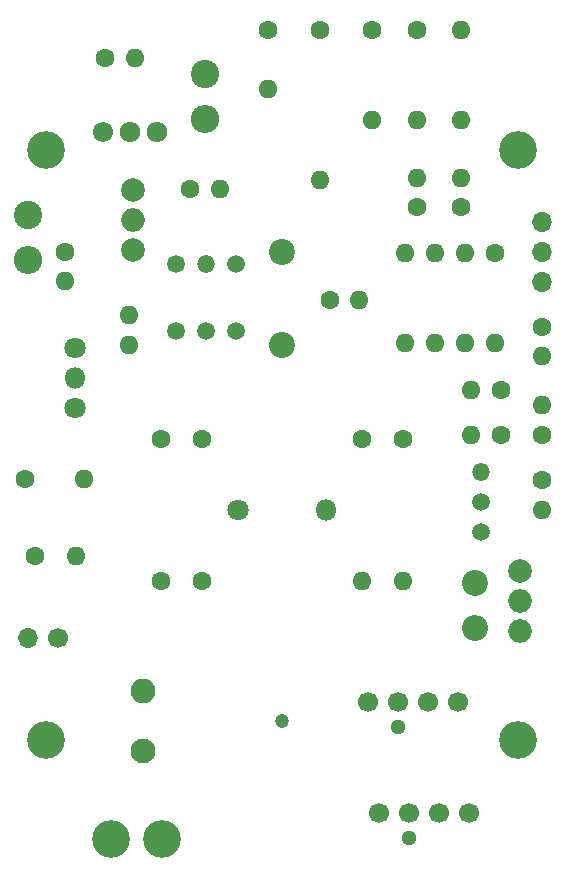
<source format=gbr>
%TF.GenerationSoftware,KiCad,Pcbnew,(6.0.11)*%
%TF.CreationDate,2024-12-17T11:08:08+01:00*%
%TF.ProjectId,Solfacon,536f6c66-6163-46f6-9e2e-6b696361645f,rev?*%
%TF.SameCoordinates,Original*%
%TF.FileFunction,Soldermask,Top*%
%TF.FilePolarity,Negative*%
%FSLAX46Y46*%
G04 Gerber Fmt 4.6, Leading zero omitted, Abs format (unit mm)*
G04 Created by KiCad (PCBNEW (6.0.11)) date 2024-12-17 11:08:08*
%MOMM*%
%LPD*%
G01*
G04 APERTURE LIST*
%ADD10C,1.600000*%
%ADD11O,1.600000X1.600000*%
%ADD12C,2.200000*%
%ADD13O,2.200000X2.200000*%
%ADD14C,2.000000*%
%ADD15O,2.000000X2.000000*%
%ADD16O,1.800000X1.800000*%
%ADD17C,1.717500*%
%ADD18O,1.717500X1.800000*%
%ADD19O,1.700000X1.700000*%
%ADD20C,3.200000*%
%ADD21C,1.500000*%
%ADD22C,1.295400*%
%ADD23C,1.700000*%
%ADD24C,2.400000*%
%ADD25O,2.400000X2.400000*%
%ADD26C,1.200000*%
%ADD27O,1.500000X1.500000*%
%ADD28O,2.100000X2.100000*%
%ADD29C,2.100000*%
%ADD30O,3.200000X3.200000*%
%ADD31C,1.800000*%
G04 APERTURE END LIST*
D10*
%TO.C,C12*%
X65370112Y-46500000D03*
D11*
X65370112Y-44000000D03*
%TD*%
D10*
%TO.C,R3*%
X61629686Y-31480340D03*
D11*
X61629686Y-39100340D03*
%TD*%
D12*
%TO.C,D5*%
X70350204Y-78330131D03*
D13*
X70350204Y-82140131D03*
%TD*%
D10*
%TO.C,C11*%
X69106870Y-46500000D03*
D11*
X69106870Y-44000000D03*
%TD*%
D10*
%TO.C,C4*%
X35582982Y-50280987D03*
D11*
X35582982Y-52780987D03*
%TD*%
D14*
%TO.C,LDO1*%
X41376883Y-50093309D03*
D15*
X41376883Y-47553309D03*
D14*
X41376883Y-45013309D03*
%TD*%
D16*
%TO.C,*%
X57738286Y-72140131D03*
%TD*%
D17*
%TO.C,Q1*%
X38833075Y-40120000D03*
D18*
X41123075Y-40120000D03*
X43413075Y-40120000D03*
%TD*%
D10*
%TO.C,*%
X43738286Y-78140131D03*
%TD*%
%TO.C,C5*%
X39029794Y-33847238D03*
D11*
X41529794Y-33847238D03*
%TD*%
D19*
%TO.C,RV1*%
X75988286Y-52873106D03*
X75988286Y-50333106D03*
X75988286Y-47793106D03*
%TD*%
D14*
%TO.C,Q4*%
X74104517Y-77304451D03*
D15*
X74104517Y-79844451D03*
X74104517Y-82384451D03*
%TD*%
D20*
%TO.C,REF\u002A\u002A*%
X33988286Y-41640131D03*
%TD*%
D10*
%TO.C,R5*%
X72528286Y-65803750D03*
D11*
X69988286Y-65803750D03*
%TD*%
D10*
%TO.C,C6*%
X52784722Y-31480340D03*
D11*
X52784722Y-36480340D03*
%TD*%
D21*
%TO.C,Q2*%
X50080000Y-57000000D03*
X47540000Y-57000000D03*
X45000000Y-57000000D03*
%TD*%
D22*
%TO.C,FAN2*%
X64730000Y-99954404D03*
D23*
X69810000Y-97794404D03*
X67270000Y-97794404D03*
X64730000Y-97794404D03*
X62190000Y-97794404D03*
%TD*%
D10*
%TO.C,*%
X43738286Y-66140131D03*
%TD*%
%TO.C,C1*%
X33028792Y-76000000D03*
D11*
X36528792Y-76000000D03*
%TD*%
D10*
%TO.C,C8*%
X47238286Y-78140131D03*
D11*
X60738286Y-78140131D03*
%TD*%
D20*
%TO.C,REF\u002A\u002A*%
X73988286Y-41640131D03*
%TD*%
D11*
%TO.C,R1*%
X41000000Y-58144515D03*
X41000000Y-55604515D03*
%TD*%
%TO.C,C10*%
X75988286Y-59140131D03*
D10*
X75988286Y-56640131D03*
%TD*%
%TO.C,C3*%
X46186198Y-45000000D03*
D11*
X48686198Y-45000000D03*
%TD*%
D12*
%TO.C,D4*%
X53988286Y-58140131D03*
X53988286Y-50340131D03*
%TD*%
D10*
%TO.C,R7*%
X75988286Y-69603750D03*
D11*
X75988286Y-72143750D03*
%TD*%
D20*
%TO.C,REF\u002A\u002A*%
X73988286Y-91640131D03*
%TD*%
D24*
%TO.C,D2*%
X47436847Y-35190000D03*
D25*
X47436847Y-39000000D03*
%TD*%
D26*
%TO.C, *%
X54000000Y-90000000D03*
%TD*%
D10*
%TO.C,*%
X64238286Y-66140131D03*
%TD*%
%TO.C,C2*%
X32226954Y-69479913D03*
D11*
X37226954Y-69479913D03*
%TD*%
D10*
%TO.C,R8*%
X65370112Y-31480340D03*
D11*
X65370112Y-39100340D03*
%TD*%
D27*
%TO.C,Q3*%
X70836340Y-68920000D03*
D21*
X70836340Y-71460000D03*
X70836340Y-74000000D03*
%TD*%
D10*
%TO.C,C7*%
X47238286Y-66140131D03*
X60738286Y-66140131D03*
%TD*%
D20*
%TO.C,REF\u002A\u002A*%
X33988286Y-91640131D03*
%TD*%
D11*
%TO.C,*%
X64238286Y-78140131D03*
%TD*%
%TO.C,R9*%
X69106870Y-31480340D03*
X69106870Y-39100340D03*
%TD*%
D21*
%TO.C,LDO2*%
X50080000Y-51293212D03*
D27*
X47540000Y-51293212D03*
D21*
X45000000Y-51293212D03*
%TD*%
D28*
%TO.C,POWER1*%
X42228468Y-87508401D03*
D29*
X42228468Y-92508401D03*
%TD*%
D23*
%TO.C,S1*%
X35000000Y-83000000D03*
D19*
X32460000Y-83000000D03*
%TD*%
D10*
%TO.C,R6*%
X75988286Y-65803750D03*
D11*
X75988286Y-63263750D03*
%TD*%
D20*
%TO.C,D1*%
X39519158Y-100010338D03*
D30*
X43819158Y-100010338D03*
%TD*%
D22*
%TO.C,FAN1*%
X63800071Y-90535700D03*
D23*
X68880071Y-88375700D03*
X66340071Y-88375700D03*
X63800071Y-88375700D03*
X61260071Y-88375700D03*
%TD*%
D10*
%TO.C,R4*%
X72528286Y-62003750D03*
D11*
X69988286Y-62003750D03*
%TD*%
D31*
%TO.C,SR1*%
X36426012Y-63540000D03*
D16*
X36426012Y-61000000D03*
D31*
X36426012Y-58460000D03*
%TD*%
D11*
%TO.C,C9*%
X60500000Y-54320131D03*
D10*
X58000000Y-54320131D03*
%TD*%
%TO.C,U1*%
X71988286Y-50380000D03*
D11*
X69448286Y-50380000D03*
X66908286Y-50380000D03*
X64368286Y-50380000D03*
X64368286Y-58000000D03*
X66908286Y-58000000D03*
X69448286Y-58000000D03*
X71988286Y-58000000D03*
%TD*%
D10*
%TO.C,R2*%
X57206598Y-31480340D03*
D11*
X57206598Y-44180340D03*
%TD*%
D24*
%TO.C,D3*%
X32440301Y-47187871D03*
D25*
X32440301Y-50997871D03*
%TD*%
D31*
%TO.C,*%
X50238286Y-72140131D03*
%TD*%
M02*

</source>
